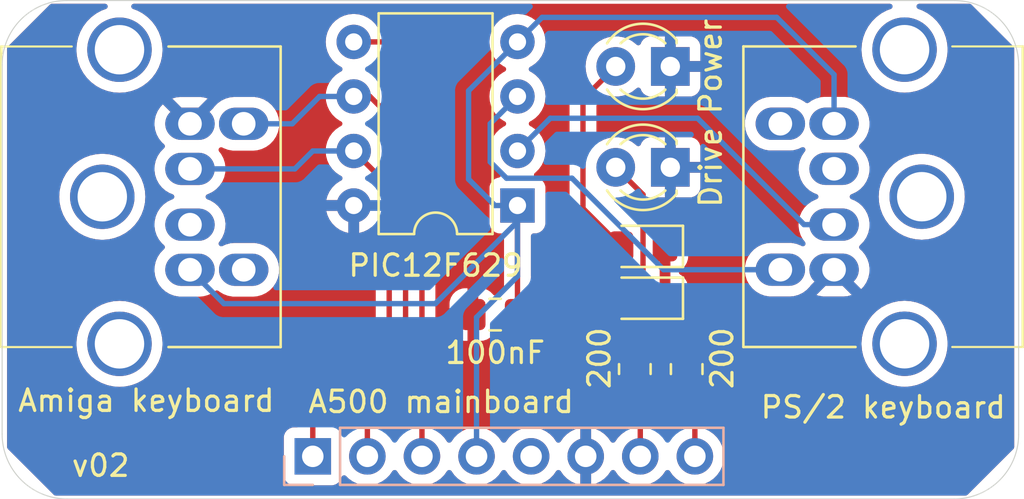
<source format=kicad_pcb>
(kicad_pcb (version 20221018) (generator pcbnew)
  (layers (0 "F.Cu" signal) (31 "B.Cu" signal) (34 "B.Paste" user) (35 "F.Paste" user) (36 "B.SilkS" user "B.Silkscreen") (37 "F.SilkS" user "F.Silkscreen") (38 "B.Mask" user) (39 "F.Mask" user) (44 "Edge.Cuts" user))
  (net 0 "")
  (net 1 "GND")
  (net 2 "Net-(D1-A)")
  (net 3 "Net-(D2-A)")
  (net 4 "amigadat")
  (net 5 "amigaclock")
  (net 6 "kdat")
  (net 8 "led_power")
  (net 9 "led_floppy")
  (net 10 "VCC")
  (net 11 "kclock")
  (net 12 "reset")
  (footprint "own:Mini-DIN-6_PS2-Keyboard-Socket_Connfly_DS1093-01-PN60" (layer "F.Cu") (at 119.38 93.0656 -90)
    (fp_text reference "J11")
    (fp_text value "Amiga keyboard" (at 9.496 2.032) (layer "F.SilkS"))
    (fp_line (start -7 -4.22) (end -7 1) (stroke (width 0.12)) (layer "F.SilkS"))
    (fp_line (start -7 8.78) (end -7 5.5) (stroke (width 0.1)) (layer "F.SilkS"))
    (fp_line (start -7 8.78) (end 7 8.78) (stroke (width 0.12)) (layer "F.SilkS"))
    (fp_line (start 7 -4.22) (end -7 -4.22) (stroke (width 0.12)) (layer "F.SilkS"))
    (fp_line (start 7 1) (end 7 -4.22) (stroke (width 0.12)) (layer "F.SilkS"))
    (fp_line (start 7 8.78) (end 7 5.5) (stroke (width 0.1)) (layer "F.SilkS"))
    (pad "" thru_hole circle (at -6.85 3.28 270) (size 3 3) (drill 2.3) (layers "*.Cu" "*.Mask"))
    (pad "" thru_hole circle (at 0 4.08 270) (size 3 3) (drill 2.3) (layers "*.Cu" "*.Mask"))
    (pad "" thru_hole circle (at 6.85 3.28 270) (size 3 3) (drill 2.3) (layers "*.Cu" "*.Mask"))
    (pad "1" thru_hole oval (at -1.3 0 270) (size 1.5 2.3) (drill 1.1) (layers "*.Cu" "*.Mask") (net 4 "amigadat"))
    (pad "2" thru_hole oval (at 1.3 0 270) (size 1.5 2.3) (drill 1.1) (layers "*.Cu" "*.Mask"))
    (pad "3" thru_hole oval (at -3.4 0 270) (size 1.5 2.3) (drill 1.1) (layers "*.Cu" "*.Mask") (net 1 "GND"))
    (pad "4" thru_hole oval (at 3.4 0 270) (size 1.5 2.3) (drill 1.1) (layers "*.Cu" "*.Mask") (net 10 "VCC"))
    (pad "5" thru_hole oval (at -3.4 -2.5 270) (size 1.5 2.3) (drill 1.1) (layers "*.Cu" "*.Mask") (net 5 "amigaclock"))
    (pad "6" thru_hole oval (at 3.4 -2.5 270) (size 1.5 2.3) (drill 1.1) (layers "*.Cu" "*.Mask"))
  )
  (footprint "LED_THT:LED_D3.0mm" (layer "F.Cu") (at 141.732 91.694 180)
    (fp_text reference "D4")
    (fp_text value "Drive" (at -1.8773 0 90) (layer "F.SilkS"))
    (fp_line (start -0.29 -1.236) (end -0.29 -1.08) (stroke (width 0.12)) (layer "F.SilkS"))
    (fp_line (start -0.29 1.08) (end -0.29 1.236) (stroke (width 0.12)) (layer "F.SilkS"))
    (fp_arc (start -0.29 -1.235516) (mid 1.366487 -1.987659) (end 2.942335 -1.078608) (stroke (width 0.12)) (layer "F.SilkS"))
    (fp_arc (start 0.229039 -1.08) (mid 1.270117 -1.5) (end 2.31113 -1.079837) (stroke (width 0.12)) (layer "F.SilkS"))
    (fp_arc (start 2.31113 1.079837) (mid 1.270117 1.5) (end 0.229039 1.08) (stroke (width 0.12)) (layer "F.SilkS"))
    (fp_arc (start 2.942335 1.078608) (mid 1.366487 1.987659) (end -0.29 1.235516) (stroke (width 0.12)) (layer "F.SilkS"))
    (pad "1" thru_hole rect (at 0 0 180) (size 1.8 1.8) (drill 0.9) (layers "*.Cu" "*.Mask") (net 1 "GND"))
    (pad "2" thru_hole circle (at 2.54 0 180) (size 1.8 1.8) (drill 0.9) (layers "*.Cu" "*.Mask") (net 3 "Net-(D2-A)"))
  )
  (footprint "Resistor_SMD:R_0805_2012Metric_Pad1.20x1.40mm_HandSolder" (layer "F.Cu") (at 142.494 101.092 90)
    (fp_text reference "R2")
    (fp_text value "200" (at 0.508 1.651 90) (layer "F.SilkS"))
    (fp_line (start -0.227064 -0.735) (end 0.227064 -0.735) (stroke (width 0.12)) (layer "F.SilkS"))
    (fp_line (start -0.227064 0.735) (end 0.227064 0.735) (stroke (width 0.12)) (layer "F.SilkS"))
    (pad "1" smd roundrect (at -1 0 90) (size 1.2 1.4) (layers "F.Cu" "F.Paste" "F.Mask") (roundrect_rratio 0.208333) (net 9 "led_floppy"))
    (pad "2" smd roundrect (at 1 0 90) (size 1.2 1.4) (layers "F.Cu" "F.Paste" "F.Mask") (roundrect_rratio 0.208333) (net 3 "Net-(D2-A)"))
  )
  (footprint "LED_SMD:LED_0805_2012Metric_Pad1.15x1.40mm_HandSolder" (layer "F.Cu") (at 140.462 97.79 180)
    (fp_text reference "D2")
    (fp_text value "Drive 0805")
    (fp_line (start -1.86 -0.96) (end -1.86 0.96) (stroke (width 0.12)) (layer "F.SilkS"))
    (fp_line (start -1.86 0.96) (end 1 0.96) (stroke (width 0.12)) (layer "F.SilkS"))
    (fp_line (start 1 -0.96) (end -1.86 -0.96) (stroke (width 0.12)) (layer "F.SilkS"))
    (pad "1" smd roundrect (at -1.025 0 180) (size 1.15 1.4) (layers "F.Cu" "F.Paste" "F.Mask") (roundrect_rratio 0.217391) (net 1 "GND"))
    (pad "2" smd roundrect (at 1.025 0 180) (size 1.15 1.4) (layers "F.Cu" "F.Paste" "F.Mask") (roundrect_rratio 0.217391) (net 3 "Net-(D2-A)"))
  )
  (footprint "Package_DIP:DIP-8_W7.62mm" (layer "F.Cu") (at 134.62 93.472 180)
    (fp_text reference "U1")
    (fp_text value "PIC12F629" (at 3.81 -2.794) (layer "F.SilkS"))
    (fp_line (start 1.16 -1.33) (end 1.16 8.95) (stroke (width 0.12)) (layer "F.SilkS"))
    (fp_line (start 1.16 8.95) (end 6.46 8.95) (stroke (width 0.12)) (layer "F.SilkS"))
    (fp_line (start 2.81 -1.33) (end 1.16 -1.33) (stroke (width 0.12)) (layer "F.SilkS"))
    (fp_line (start 6.46 -1.33) (end 4.81 -1.33) (stroke (width 0.12)) (layer "F.SilkS"))
    (fp_line (start 6.46 8.95) (end 6.46 -1.33) (stroke (width 0.12)) (layer "F.SilkS"))
    (fp_arc (start 4.81 -1.33) (mid 3.81 -0.33) (end 2.81 -1.33) (stroke (width 0.12)) (layer "F.SilkS"))
    (pad "1" thru_hole rect (at 0 0 180) (size 1.6 1.6) (drill 0.8) (layers "*.Cu" "*.Mask") (net 10 "VCC"))
    (pad "2" thru_hole oval (at 0 2.54 180) (size 1.6 1.6) (drill 0.8) (layers "*.Cu" "*.Mask") (net 6 "kdat"))
    (pad "3" thru_hole oval (at 0 5.08 180) (size 1.6 1.6) (drill 0.8) (layers "*.Cu" "*.Mask") (net 11 "kclock"))
    (pad "4" thru_hole oval (at 0 7.62 180) (size 1.6 1.6) (drill 0.8) (layers "*.Cu" "*.Mask") (net 10 "VCC"))
    (pad "5" thru_hole oval (at 7.62 7.62 180) (size 1.6 1.6) (drill 0.8) (layers "*.Cu" "*.Mask") (net 12 "reset"))
    (pad "6" thru_hole oval (at 7.62 5.08 180) (size 1.6 1.6) (drill 0.8) (layers "*.Cu" "*.Mask") (net 5 "amigaclock"))
    (pad "7" thru_hole oval (at 7.62 2.54 180) (size 1.6 1.6) (drill 0.8) (layers "*.Cu" "*.Mask") (net 4 "amigadat"))
    (pad "8" thru_hole oval (at 7.62 0 180) (size 1.6 1.6) (drill 0.8) (layers "*.Cu" "*.Mask") (net 1 "GND"))
  )
  (footprint "LED_SMD:LED_0805_2012Metric_Pad1.15x1.40mm_HandSolder" (layer "F.Cu") (at 140.462 95.377 180)
    (fp_text reference "D1")
    (fp_text value "Power 0805")
    (fp_line (start -1.86 -0.96) (end -1.86 0.96) (stroke (width 0.12)) (layer "F.SilkS"))
    (fp_line (start -1.86 0.96) (end 1 0.96) (stroke (width 0.12)) (layer "F.SilkS"))
    (fp_line (start 1 -0.96) (end -1.86 -0.96) (stroke (width 0.12)) (layer "F.SilkS"))
    (pad "1" smd roundrect (at -1.025 0 180) (size 1.15 1.4) (layers "F.Cu" "F.Paste" "F.Mask") (roundrect_rratio 0.217391) (net 1 "GND"))
    (pad "2" smd roundrect (at 1.025 0 180) (size 1.15 1.4) (layers "F.Cu" "F.Paste" "F.Mask") (roundrect_rratio 0.217391) (net 2 "Net-(D1-A)"))
  )
  (footprint "own:Mini-DIN-6_PS2-Keyboard-Socket_Connfly_DS1093-01-PN60" (layer "F.Cu") (at 149.352 93.062 90)
    (fp_text reference "J2")
    (fp_text value "PS/2 keyboard" (at -9.808 2.286 180) (layer "F.SilkS"))
    (fp_line (start -7 -4.22) (end -7 1) (stroke (width 0.12)) (layer "F.SilkS"))
    (fp_line (start -7 8.78) (end -7 5.5) (stroke (width 0.1)) (layer "F.SilkS"))
    (fp_line (start -7 8.78) (end 7 8.78) (stroke (width 0.12)) (layer "F.SilkS"))
    (fp_line (start 7 -4.22) (end -7 -4.22) (stroke (width 0.12)) (layer "F.SilkS"))
    (fp_line (start 7 1) (end 7 -4.22) (stroke (width 0.12)) (layer "F.SilkS"))
    (fp_line (start 7 8.78) (end 7 5.5) (stroke (width 0.1)) (layer "F.SilkS"))
    (pad "" thru_hole circle (at -6.85 3.28 90) (size 3 3) (drill 2.3) (layers "*.Cu" "*.Mask"))
    (pad "" thru_hole circle (at 0 4.08 90) (size 3 3) (drill 2.3) (layers "*.Cu" "*.Mask"))
    (pad "" thru_hole circle (at 6.85 3.28 90) (size 3 3) (drill 2.3) (layers "*.Cu" "*.Mask"))
    (pad "1" thru_hole oval (at -1.3 0 90) (size 1.5 2.3) (drill 1.1) (layers "*.Cu" "*.Mask") (net 6 "kdat"))
    (pad "2" thru_hole oval (at 1.3 0 90) (size 1.5 2.3) (drill 1.1) (layers "*.Cu" "*.Mask"))
    (pad "3" thru_hole oval (at -3.4 0 90) (size 1.5 2.3) (drill 1.1) (layers "*.Cu" "*.Mask") (net 1 "GND"))
    (pad "4" thru_hole oval (at 3.4 0 90) (size 1.5 2.3) (drill 1.1) (layers "*.Cu" "*.Mask") (net 10 "VCC"))
    (pad "5" thru_hole oval (at -3.4 -2.5 90) (size 1.5 2.3) (drill 1.1) (layers "*.Cu" "*.Mask") (net 11 "kclock"))
    (pad "6" thru_hole oval (at 3.4 -2.5 90) (size 1.5 2.3) (drill 1.1) (layers "*.Cu" "*.Mask"))
  )
  (footprint "LED_THT:LED_D3.0mm" (layer "F.Cu") (at 141.732 86.995 180)
    (fp_text reference "D3")
    (fp_text value "Power" (at -1.8723 0 90) (layer "F.SilkS"))
    (fp_line (start -0.29 -1.236) (end -0.29 -1.08) (stroke (width 0.12)) (layer "F.SilkS"))
    (fp_line (start -0.29 1.08) (end -0.29 1.236) (stroke (width 0.12)) (layer "F.SilkS"))
    (fp_arc (start -0.29 -1.235516) (mid 1.366487 -1.987659) (end 2.942335 -1.078608) (stroke (width 0.12)) (layer "F.SilkS"))
    (fp_arc (start 0.229039 -1.08) (mid 1.270117 -1.5) (end 2.31113 -1.079837) (stroke (width 0.12)) (layer "F.SilkS"))
    (fp_arc (start 2.31113 1.079837) (mid 1.270117 1.5) (end 0.229039 1.08) (stroke (width 0.12)) (layer "F.SilkS"))
    (fp_arc (start 2.942335 1.078608) (mid 1.366487 1.987659) (end -0.29 1.235516) (stroke (width 0.12)) (layer "F.SilkS"))
    (pad "1" thru_hole rect (at 0 0 180) (size 1.8 1.8) (drill 0.9) (layers "*.Cu" "*.Mask") (net 1 "GND"))
    (pad "2" thru_hole circle (at 2.54 0 180) (size 1.8 1.8) (drill 0.9) (layers "*.Cu" "*.Mask") (net 2 "Net-(D1-A)"))
  )
  (footprint "Capacitor_SMD:C_0805_2012Metric_Pad1.18x1.45mm_HandSolder" (layer "F.Cu") (at 133.5825 98.552 180)
    (fp_text reference "C1")
    (fp_text value "100nF" (at 0 -1.778 180) (layer "F.SilkS"))
    (fp_line (start -0.261252 -0.735) (end 0.261252 -0.735) (stroke (width 0.12)) (layer "F.SilkS"))
    (fp_line (start -0.261252 0.735) (end 0.261252 0.735) (stroke (width 0.12)) (layer "F.SilkS"))
    (pad "1" smd roundrect (at -1.0375 0 180) (size 1.175 1.45) (layers "F.Cu" "F.Paste" "F.Mask") (roundrect_rratio 0.212766) (net 10 "VCC"))
    (pad "2" smd roundrect (at 1.0375 0 180) (size 1.175 1.45) (layers "F.Cu" "F.Paste" "F.Mask") (roundrect_rratio 0.212766) (net 1 "GND"))
  )
  (footprint "Resistor_SMD:R_0805_2012Metric_Pad1.20x1.40mm_HandSolder" (layer "F.Cu") (at 140.081 101.0901 90)
    (fp_text reference "R1")
    (fp_text value "200" (at 0.5061 -1.651 90) (layer "F.SilkS"))
    (fp_line (start -0.227064 -0.735) (end 0.227064 -0.735) (stroke (width 0.12)) (layer "F.SilkS"))
    (fp_line (start -0.227064 0.735) (end 0.227064 0.735) (stroke (width 0.12)) (layer "F.SilkS"))
    (pad "1" smd roundrect (at -1 0 90) (size 1.2 1.4) (layers "F.Cu" "F.Paste" "F.Mask") (roundrect_rratio 0.208333) (net 8 "led_power"))
    (pad "2" smd roundrect (at 1 0 90) (size 1.2 1.4) (layers "F.Cu" "F.Paste" "F.Mask") (roundrect_rratio 0.208333) (net 2 "Net-(D1-A)"))
  )
  (footprint "Connector_PinSocket_2.54mm:PinSocket_1x08_P2.54mm_Vertical" (layer "B.Cu") (at 125.095 105.156 -90)
    (fp_text reference "J12")
    (fp_text value "A500 mainboard" (at -2.54 -5.969) (layer "F.SilkS"))
    (fp_line (start -1.33 -19.11) (end 1.33 -19.11) (stroke (width 0.12)) (layer "B.SilkS"))
    (fp_line (start -1.33 -1.27) (end -1.33 -19.11) (stroke (width 0.12)) (layer "B.SilkS"))
    (fp_line (start -1.33 -1.27) (end 1.33 -1.27) (stroke (width 0.12)) (layer "B.SilkS"))
    (fp_line (start 0 1.33) (end 1.33 1.33) (stroke (width 0.12)) (layer "B.SilkS"))
    (fp_line (start 1.33 -1.27) (end 1.33 -19.11) (stroke (width 0.12)) (layer "B.SilkS"))
    (fp_line (start 1.33 1.33) (end 1.33 0) (stroke (width 0.12)) (layer "B.SilkS"))
    (pad "1" thru_hole rect (at 0 0 270) (size 1.7 1.7) (drill 1) (layers "*.Cu" "*.Mask") (net 4 "amigadat"))
    (pad "2" thru_hole oval (at 0 -2.54 270) (size 1.7 1.7) (drill 1) (layers "*.Cu" "*.Mask") (net 5 "amigaclock"))
    (pad "3" thru_hole oval (at 0 -5.08 270) (size 1.7 1.7) (drill 1) (layers "*.Cu" "*.Mask") (net 12 "reset"))
    (pad "4" thru_hole oval (at 0 -7.62 270) (size 1.7 1.7) (drill 1) (layers "*.Cu" "*.Mask") (net 10 "VCC"))
    (pad "5" thru_hole oval (at 0 -10.16 270) (size 1.7 1.7) (drill 1) (layers "*.Cu" "*.Mask"))
    (pad "6" thru_hole oval (at 0 -12.7 270) (size 1.7 1.7) (drill 1) (layers "*.Cu" "*.Mask") (net 1 "GND"))
    (pad "7" thru_hole oval (at 0 -15.24 270) (size 1.7 1.7) (drill 1) (layers "*.Cu" "*.Mask") (net 8 "led_power"))
    (pad "8" thru_hole oval (at 0 -17.78 270) (size 1.7 1.7) (drill 1) (layers "*.Cu" "*.Mask") (net 9 "led_floppy"))
  )
  (gr_line (start 113.662199 107.14) (end 154.94 107.14) (stroke (width 0.05)) (layer "Edge.Cuts"))
  (gr_arc (start 110.6396 86.9244) (mid 111.51828 84.80308) (end 113.6396 83.9244) (stroke (width 0.05)) (layer "Edge.Cuts"))
  (gr_line (start 157.94 104.14) (end 157.94 86.9188) (stroke (width 0.05)) (layer "Edge.Cuts"))
  (gr_arc (start 154.94 83.9244) (mid 157.06132 84.80308) (end 157.94 86.9244) (stroke (width 0.05)) (layer "Edge.Cuts"))
  (gr_line (start 154.94 83.9244) (end 113.6396 83.9244) (stroke (width 0.05)) (layer "Edge.Cuts"))
  (gr_arc (start 157.94 104.14) (mid 157.06132 106.26132) (end 154.94 107.14) (stroke (width 0.05)) (layer "Edge.Cuts"))
  (gr_line (start 110.6396 86.9188) (end 110.6396 104.1174) (stroke (width 0.05)) (layer "Edge.Cuts"))
  (gr_arc (start 113.662199 107.14) (mid 111.524899 106.254701) (end 110.6396 104.1174) (stroke (width 0.05)) (layer "Edge.Cuts"))
  (gr_text "v02" (at 113.792 106.172) (layer "F.SilkS") (effects (font (size 1 1)) (justify left bottom)))
  (segment (start 137.668 88.519) (end 139.192 86.995) (width 0.25) (layer "F.Cu") (net 2))
  (segment (start 138.176 98.552) (end 139.7141 100.0901) (width 0.25) (layer "F.Cu") (net 2))
  (segment (start 139.437 95.377) (end 137.668 93.608) (width 0.25) (layer "F.Cu") (net 2))
  (segment (start 137.668 93.608) (end 137.668 88.519) (width 0.25) (layer "F.Cu") (net 2))
  (segment (start 139.7141 100.0901) (end 140.081 100.0901) (width 0.25) (layer "F.Cu") (net 2))
  (segment (start 138.176 96.638) (end 138.176 98.552) (width 0.25) (layer "F.Cu") (net 2))
  (segment (start 139.437 95.377) (end 138.176 96.638) (width 0.25) (layer "F.Cu") (net 2))
  (segment (start 140.462 96.765) (end 140.462 92.964) (width 0.25) (layer "F.Cu") (net 3))
  (segment (start 139.437 97.79) (end 139.6955 97.79) (width 0.25) (layer "F.Cu") (net 3))
  (segment (start 141.462 99.06) (end 142.494 100.092) (width 0.25) (layer "F.Cu") (net 3))
  (segment (start 140.462 92.964) (end 139.192 91.694) (width 0.25) (layer "F.Cu") (net 3))
  (segment (start 139.6955 97.79) (end 140.9655 99.06) (width 0.25) (layer "F.Cu") (net 3))
  (segment (start 140.9655 99.06) (end 141.462 99.06) (width 0.25) (layer "F.Cu") (net 3))
  (segment (start 139.437 97.79) (end 140.462 96.765) (width 0.25) (layer "F.Cu") (net 3))
  (segment (start 125.095 105.156) (end 125.095 102.9335) (width 0.25) (layer "F.Cu") (net 4))
  (segment (start 125.095 102.9335) (end 128.651 99.3775) (width 0.25) (layer "F.Cu") (net 4))
  (segment (start 128.651 99.3775) (end 128.651 92.583) (width 0.25) (layer "F.Cu") (net 4))
  (segment (start 128.651 92.583) (end 127 90.932) (width 0.25) (layer "F.Cu") (net 4))
  (segment (start 119.38 91.7656) (end 124.2614 91.7656) (width 0.25) (layer "B.Cu") (net 4))
  (segment (start 124.2614 91.7656) (end 125.095 90.932) (width 0.25) (layer "B.Cu") (net 4))
  (segment (start 125.095 90.932) (end 127 90.932) (width 0.25) (layer "B.Cu") (net 4))
  (segment (start 127.635 102.87) (end 129.413 101.092) (width 0.25) (layer "F.Cu") (net 5))
  (segment (start 127.635 105.156) (end 127.635 102.87) (width 0.25) (layer "F.Cu") (net 5))
  (segment (start 127.752 88.392) (end 127 88.392) (width 0.25) (layer "F.Cu") (net 5))
  (segment (start 129.413 90.053) (end 127.752 88.392) (width 0.25) (layer "F.Cu") (net 5))
  (segment (start 129.413 101.092) (end 129.413 90.053) (width 0.25) (layer "F.Cu") (net 5))
  (segment (start 127 88.392) (end 125.4125 88.392) (width 0.25) (layer "B.Cu") (net 5))
  (segment (start 124.1389 89.6656) (end 121.88 89.6656) (width 0.25) (layer "B.Cu") (net 5))
  (segment (start 125.4125 88.392) (end 124.1389 89.6656) (width 0.25) (layer "B.Cu") (net 5))
  (segment (start 134.62 90.932) (end 136.144 89.408) (width 0.25) (layer "B.Cu") (net 6))
  (segment (start 143.002 89.408) (end 147.956 94.362) (width 0.25) (layer "B.Cu") (net 6))
  (segment (start 136.144 89.408) (end 143.002 89.408) (width 0.25) (layer "B.Cu") (net 6))
  (segment (start 147.956 94.362) (end 149.352 94.362) (width 0.25) (layer "B.Cu") (net 6))
  (segment (start 140.081 102.0901) (end 140.081 103.378) (width 0.25) (layer "F.Cu") (net 8))
  (segment (start 140.335 103.632) (end 140.335 105.156) (width 0.25) (layer "F.Cu") (net 8))
  (segment (start 140.081 103.378) (end 140.335 103.632) (width 0.25) (layer "F.Cu") (net 8))
  (segment (start 142.494 102.092) (end 142.494 103.3145) (width 0.25) (layer "F.Cu") (net 9))
  (segment (start 142.875 103.6955) (end 142.875 105.156) (width 0.25) (layer "F.Cu") (net 9))
  (segment (start 142.494 103.3145) (end 142.875 103.6955) (width 0.25) (layer "F.Cu") (net 9))
  (segment (start 134.62 93.472) (end 134.62 98.552) (width 0.25) (layer "F.Cu") (net 10))
  (segment (start 135.763 84.709) (end 146.685 84.709) (width 0.25) (layer "B.Cu") (net 10))
  (segment (start 132.344 92.246) (end 133.57 93.472) (width 0.25) (layer "B.Cu") (net 10))
  (segment (start 120.9584 98.044) (end 130.8 98.044) (width 0.25) (layer "B.Cu") (net 10))
  (segment (start 134.62 85.852) (end 132.344 88.128) (width 0.25) (layer "B.Cu") (net 10))
  (segment (start 133.57 93.472) (end 134.62 93.472) (width 0.25) (layer "B.Cu") (net 10))
  (segment (start 134.62 94.224) (end 134.62 93.472) (width 0.25) (layer "B.Cu") (net 10))
  (segment (start 119.38 96.4656) (end 120.9584 98.044) (width 0.25) (layer "B.Cu") (net 10))
  (segment (start 149.352 87.376) (end 149.352 89.662) (width 0.25) (layer "B.Cu") (net 10))
  (segment (start 134.62 93.472) (end 134.62 96.774) (width 0.25) (layer "B.Cu") (net 10))
  (segment (start 130.8 98.044) (end 134.62 94.224) (width 0.25) (layer "B.Cu") (net 10))
  (segment (start 134.62 96.774) (end 132.715 98.679) (width 0.25) (layer "B.Cu") (net 10))
  (segment (start 134.62 85.852) (end 135.763 84.709) (width 0.25) (layer "B.Cu") (net 10))
  (segment (start 132.344 88.128) (end 132.344 92.246) (width 0.25) (layer "B.Cu") (net 10))
  (segment (start 146.685 84.709) (end 149.352 87.376) (width 0.25) (layer "B.Cu") (net 10))
  (segment (start 132.715 98.679) (end 132.715 105.156) (width 0.25) (layer "B.Cu") (net 10))
  (segment (start 133.35 91.44) (end 134.112 92.202) (width 0.25) (layer "B.Cu") (net 11))
  (segment (start 133.35 89.662) (end 133.35 91.44) (width 0.25) (layer "B.Cu") (net 11))
  (segment (start 141.42 96.462) (end 146.852 96.462) (width 0.25) (layer "B.Cu") (net 11))
  (segment (start 134.112 92.202) (end 137.16 92.202) (width 0.25) (layer "B.Cu") (net 11))
  (segment (start 134.62 88.392) (end 133.35 89.662) (width 0.25) (layer "B.Cu") (net 11))
  (segment (start 137.16 92.202) (end 141.42 96.462) (width 0.25) (layer "B.Cu") (net 11))
  (segment (start 127 85.852) (end 128.778 85.852) (width 0.25) (layer "F.Cu") (net 12))
  (segment (start 128.778 85.852) (end 130.175 87.249) (width 0.25) (layer "F.Cu") (net 12))
  (segment (start 130.175 87.249) (end 130.175 105.156) (width 0.25) (layer "F.Cu") (net 12))
  (zone (net 1) (net_name "GND") (layers "F&B.Cu") (connect_pads (clearance 0.5)) (min_thickness 0.25) (fill yes (thermal_gap 0.5) (thermal_bridge_width 0.5))
    (polygon (pts (xy 110.871 86.106) (xy 110.871 104.775) (xy 113.0808 106.9848) (xy 155.5242 106.9848) (xy 157.734 104.775) (xy 157.734 86.106) (xy 155.702 84.074) (xy 112.903 84.074)))
  )
)
</source>
